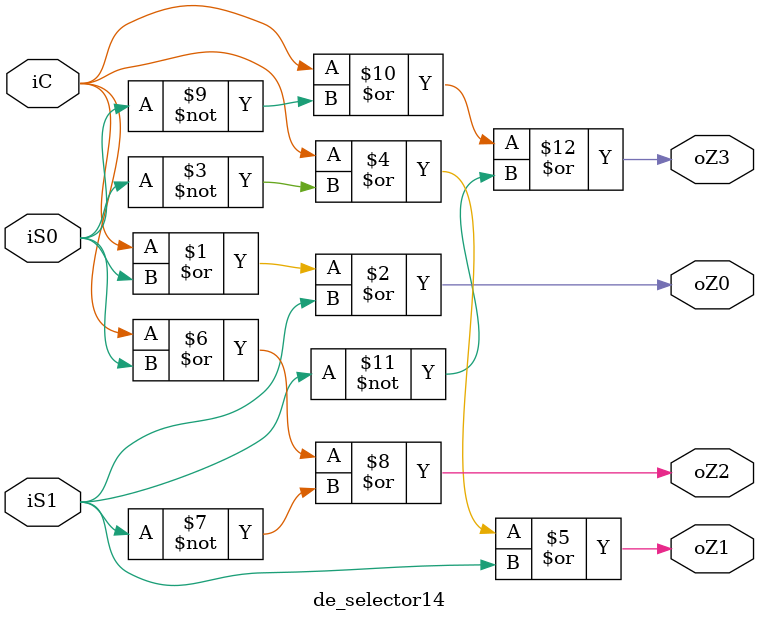
<source format=v>
`timescale 1ns / 1ps


module de_selector14(
    input iC,
    input iS1,
    input iS0,
    output oZ0,
    output oZ1,
    output oZ2,
    output oZ3
    );
    or (oZ0, iC, iS0, iS1);
    or (oZ1, iC,~iS0, iS1);
    or (oZ2, iC, iS0,~iS1);
    or (oZ3, iC,~iS0,~iS1);
endmodule

</source>
